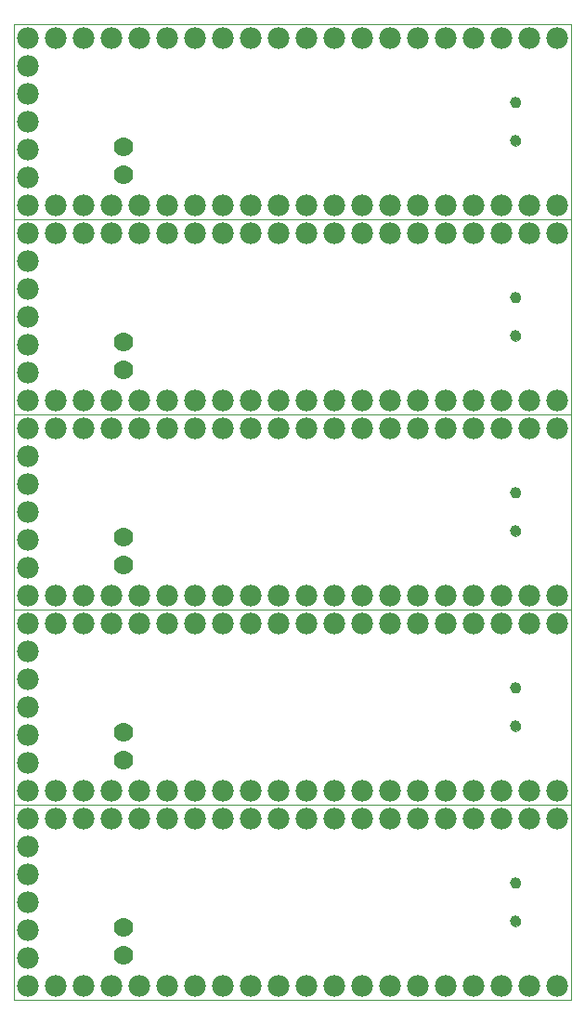
<source format=gbs>
G75*
G70*
%OFA0B0*%
%FSLAX24Y24*%
%IPPOS*%
%LPD*%
%AMOC8*
5,1,8,0,0,1.08239X$1,22.5*
%
%ADD10C,0.0000*%
%ADD11C,0.0700*%
%ADD12C,0.0780*%
%ADD13C,0.0394*%
D10*
X001260Y000950D02*
X001260Y007950D01*
X001260Y014950D01*
X001260Y021950D01*
X001260Y028950D01*
X001260Y035950D01*
X021260Y035950D01*
X021260Y028950D01*
X001260Y028950D01*
X021260Y028950D01*
X021260Y021950D01*
X001260Y021950D01*
X021260Y021950D01*
X021260Y014950D01*
X001260Y014950D01*
X021260Y014950D01*
X021260Y007950D01*
X001260Y007950D01*
X021260Y007950D01*
X021260Y000950D01*
X001260Y000950D01*
X019083Y003761D02*
X019085Y003787D01*
X019091Y003813D01*
X019101Y003838D01*
X019114Y003861D01*
X019130Y003881D01*
X019150Y003899D01*
X019172Y003914D01*
X019195Y003926D01*
X019221Y003934D01*
X019247Y003938D01*
X019273Y003938D01*
X019299Y003934D01*
X019325Y003926D01*
X019349Y003914D01*
X019370Y003899D01*
X019390Y003881D01*
X019406Y003861D01*
X019419Y003838D01*
X019429Y003813D01*
X019435Y003787D01*
X019437Y003761D01*
X019435Y003735D01*
X019429Y003709D01*
X019419Y003684D01*
X019406Y003661D01*
X019390Y003641D01*
X019370Y003623D01*
X019348Y003608D01*
X019325Y003596D01*
X019299Y003588D01*
X019273Y003584D01*
X019247Y003584D01*
X019221Y003588D01*
X019195Y003596D01*
X019171Y003608D01*
X019150Y003623D01*
X019130Y003641D01*
X019114Y003661D01*
X019101Y003684D01*
X019091Y003709D01*
X019085Y003735D01*
X019083Y003761D01*
X019083Y005139D02*
X019085Y005165D01*
X019091Y005191D01*
X019101Y005216D01*
X019114Y005239D01*
X019130Y005259D01*
X019150Y005277D01*
X019172Y005292D01*
X019195Y005304D01*
X019221Y005312D01*
X019247Y005316D01*
X019273Y005316D01*
X019299Y005312D01*
X019325Y005304D01*
X019349Y005292D01*
X019370Y005277D01*
X019390Y005259D01*
X019406Y005239D01*
X019419Y005216D01*
X019429Y005191D01*
X019435Y005165D01*
X019437Y005139D01*
X019435Y005113D01*
X019429Y005087D01*
X019419Y005062D01*
X019406Y005039D01*
X019390Y005019D01*
X019370Y005001D01*
X019348Y004986D01*
X019325Y004974D01*
X019299Y004966D01*
X019273Y004962D01*
X019247Y004962D01*
X019221Y004966D01*
X019195Y004974D01*
X019171Y004986D01*
X019150Y005001D01*
X019130Y005019D01*
X019114Y005039D01*
X019101Y005062D01*
X019091Y005087D01*
X019085Y005113D01*
X019083Y005139D01*
X019083Y010761D02*
X019085Y010787D01*
X019091Y010813D01*
X019101Y010838D01*
X019114Y010861D01*
X019130Y010881D01*
X019150Y010899D01*
X019172Y010914D01*
X019195Y010926D01*
X019221Y010934D01*
X019247Y010938D01*
X019273Y010938D01*
X019299Y010934D01*
X019325Y010926D01*
X019349Y010914D01*
X019370Y010899D01*
X019390Y010881D01*
X019406Y010861D01*
X019419Y010838D01*
X019429Y010813D01*
X019435Y010787D01*
X019437Y010761D01*
X019435Y010735D01*
X019429Y010709D01*
X019419Y010684D01*
X019406Y010661D01*
X019390Y010641D01*
X019370Y010623D01*
X019348Y010608D01*
X019325Y010596D01*
X019299Y010588D01*
X019273Y010584D01*
X019247Y010584D01*
X019221Y010588D01*
X019195Y010596D01*
X019171Y010608D01*
X019150Y010623D01*
X019130Y010641D01*
X019114Y010661D01*
X019101Y010684D01*
X019091Y010709D01*
X019085Y010735D01*
X019083Y010761D01*
X019083Y012139D02*
X019085Y012165D01*
X019091Y012191D01*
X019101Y012216D01*
X019114Y012239D01*
X019130Y012259D01*
X019150Y012277D01*
X019172Y012292D01*
X019195Y012304D01*
X019221Y012312D01*
X019247Y012316D01*
X019273Y012316D01*
X019299Y012312D01*
X019325Y012304D01*
X019349Y012292D01*
X019370Y012277D01*
X019390Y012259D01*
X019406Y012239D01*
X019419Y012216D01*
X019429Y012191D01*
X019435Y012165D01*
X019437Y012139D01*
X019435Y012113D01*
X019429Y012087D01*
X019419Y012062D01*
X019406Y012039D01*
X019390Y012019D01*
X019370Y012001D01*
X019348Y011986D01*
X019325Y011974D01*
X019299Y011966D01*
X019273Y011962D01*
X019247Y011962D01*
X019221Y011966D01*
X019195Y011974D01*
X019171Y011986D01*
X019150Y012001D01*
X019130Y012019D01*
X019114Y012039D01*
X019101Y012062D01*
X019091Y012087D01*
X019085Y012113D01*
X019083Y012139D01*
X019083Y017761D02*
X019085Y017787D01*
X019091Y017813D01*
X019101Y017838D01*
X019114Y017861D01*
X019130Y017881D01*
X019150Y017899D01*
X019172Y017914D01*
X019195Y017926D01*
X019221Y017934D01*
X019247Y017938D01*
X019273Y017938D01*
X019299Y017934D01*
X019325Y017926D01*
X019349Y017914D01*
X019370Y017899D01*
X019390Y017881D01*
X019406Y017861D01*
X019419Y017838D01*
X019429Y017813D01*
X019435Y017787D01*
X019437Y017761D01*
X019435Y017735D01*
X019429Y017709D01*
X019419Y017684D01*
X019406Y017661D01*
X019390Y017641D01*
X019370Y017623D01*
X019348Y017608D01*
X019325Y017596D01*
X019299Y017588D01*
X019273Y017584D01*
X019247Y017584D01*
X019221Y017588D01*
X019195Y017596D01*
X019171Y017608D01*
X019150Y017623D01*
X019130Y017641D01*
X019114Y017661D01*
X019101Y017684D01*
X019091Y017709D01*
X019085Y017735D01*
X019083Y017761D01*
X019083Y019139D02*
X019085Y019165D01*
X019091Y019191D01*
X019101Y019216D01*
X019114Y019239D01*
X019130Y019259D01*
X019150Y019277D01*
X019172Y019292D01*
X019195Y019304D01*
X019221Y019312D01*
X019247Y019316D01*
X019273Y019316D01*
X019299Y019312D01*
X019325Y019304D01*
X019349Y019292D01*
X019370Y019277D01*
X019390Y019259D01*
X019406Y019239D01*
X019419Y019216D01*
X019429Y019191D01*
X019435Y019165D01*
X019437Y019139D01*
X019435Y019113D01*
X019429Y019087D01*
X019419Y019062D01*
X019406Y019039D01*
X019390Y019019D01*
X019370Y019001D01*
X019348Y018986D01*
X019325Y018974D01*
X019299Y018966D01*
X019273Y018962D01*
X019247Y018962D01*
X019221Y018966D01*
X019195Y018974D01*
X019171Y018986D01*
X019150Y019001D01*
X019130Y019019D01*
X019114Y019039D01*
X019101Y019062D01*
X019091Y019087D01*
X019085Y019113D01*
X019083Y019139D01*
X019083Y024761D02*
X019085Y024787D01*
X019091Y024813D01*
X019101Y024838D01*
X019114Y024861D01*
X019130Y024881D01*
X019150Y024899D01*
X019172Y024914D01*
X019195Y024926D01*
X019221Y024934D01*
X019247Y024938D01*
X019273Y024938D01*
X019299Y024934D01*
X019325Y024926D01*
X019349Y024914D01*
X019370Y024899D01*
X019390Y024881D01*
X019406Y024861D01*
X019419Y024838D01*
X019429Y024813D01*
X019435Y024787D01*
X019437Y024761D01*
X019435Y024735D01*
X019429Y024709D01*
X019419Y024684D01*
X019406Y024661D01*
X019390Y024641D01*
X019370Y024623D01*
X019348Y024608D01*
X019325Y024596D01*
X019299Y024588D01*
X019273Y024584D01*
X019247Y024584D01*
X019221Y024588D01*
X019195Y024596D01*
X019171Y024608D01*
X019150Y024623D01*
X019130Y024641D01*
X019114Y024661D01*
X019101Y024684D01*
X019091Y024709D01*
X019085Y024735D01*
X019083Y024761D01*
X019083Y026139D02*
X019085Y026165D01*
X019091Y026191D01*
X019101Y026216D01*
X019114Y026239D01*
X019130Y026259D01*
X019150Y026277D01*
X019172Y026292D01*
X019195Y026304D01*
X019221Y026312D01*
X019247Y026316D01*
X019273Y026316D01*
X019299Y026312D01*
X019325Y026304D01*
X019349Y026292D01*
X019370Y026277D01*
X019390Y026259D01*
X019406Y026239D01*
X019419Y026216D01*
X019429Y026191D01*
X019435Y026165D01*
X019437Y026139D01*
X019435Y026113D01*
X019429Y026087D01*
X019419Y026062D01*
X019406Y026039D01*
X019390Y026019D01*
X019370Y026001D01*
X019348Y025986D01*
X019325Y025974D01*
X019299Y025966D01*
X019273Y025962D01*
X019247Y025962D01*
X019221Y025966D01*
X019195Y025974D01*
X019171Y025986D01*
X019150Y026001D01*
X019130Y026019D01*
X019114Y026039D01*
X019101Y026062D01*
X019091Y026087D01*
X019085Y026113D01*
X019083Y026139D01*
X019083Y031761D02*
X019085Y031787D01*
X019091Y031813D01*
X019101Y031838D01*
X019114Y031861D01*
X019130Y031881D01*
X019150Y031899D01*
X019172Y031914D01*
X019195Y031926D01*
X019221Y031934D01*
X019247Y031938D01*
X019273Y031938D01*
X019299Y031934D01*
X019325Y031926D01*
X019349Y031914D01*
X019370Y031899D01*
X019390Y031881D01*
X019406Y031861D01*
X019419Y031838D01*
X019429Y031813D01*
X019435Y031787D01*
X019437Y031761D01*
X019435Y031735D01*
X019429Y031709D01*
X019419Y031684D01*
X019406Y031661D01*
X019390Y031641D01*
X019370Y031623D01*
X019348Y031608D01*
X019325Y031596D01*
X019299Y031588D01*
X019273Y031584D01*
X019247Y031584D01*
X019221Y031588D01*
X019195Y031596D01*
X019171Y031608D01*
X019150Y031623D01*
X019130Y031641D01*
X019114Y031661D01*
X019101Y031684D01*
X019091Y031709D01*
X019085Y031735D01*
X019083Y031761D01*
X019083Y033139D02*
X019085Y033165D01*
X019091Y033191D01*
X019101Y033216D01*
X019114Y033239D01*
X019130Y033259D01*
X019150Y033277D01*
X019172Y033292D01*
X019195Y033304D01*
X019221Y033312D01*
X019247Y033316D01*
X019273Y033316D01*
X019299Y033312D01*
X019325Y033304D01*
X019349Y033292D01*
X019370Y033277D01*
X019390Y033259D01*
X019406Y033239D01*
X019419Y033216D01*
X019429Y033191D01*
X019435Y033165D01*
X019437Y033139D01*
X019435Y033113D01*
X019429Y033087D01*
X019419Y033062D01*
X019406Y033039D01*
X019390Y033019D01*
X019370Y033001D01*
X019348Y032986D01*
X019325Y032974D01*
X019299Y032966D01*
X019273Y032962D01*
X019247Y032962D01*
X019221Y032966D01*
X019195Y032974D01*
X019171Y032986D01*
X019150Y033001D01*
X019130Y033019D01*
X019114Y033039D01*
X019101Y033062D01*
X019091Y033087D01*
X019085Y033113D01*
X019083Y033139D01*
D11*
X005200Y031530D03*
X005200Y030530D03*
X005200Y024530D03*
X005200Y023530D03*
X005200Y017530D03*
X005200Y016530D03*
X005200Y010530D03*
X005200Y009530D03*
X005200Y003530D03*
X005200Y002530D03*
D12*
X004760Y001450D03*
X005760Y001450D03*
X006760Y001450D03*
X007760Y001450D03*
X008760Y001450D03*
X009760Y001450D03*
X010760Y001450D03*
X011760Y001450D03*
X012760Y001450D03*
X013760Y001450D03*
X014760Y001450D03*
X015760Y001450D03*
X016760Y001450D03*
X017760Y001450D03*
X018760Y001450D03*
X019760Y001450D03*
X020760Y001450D03*
X020760Y007450D03*
X020760Y008450D03*
X019760Y008450D03*
X019760Y007450D03*
X018760Y007450D03*
X018760Y008450D03*
X017760Y008450D03*
X017760Y007450D03*
X016760Y007450D03*
X016760Y008450D03*
X015760Y008450D03*
X015760Y007450D03*
X014760Y007450D03*
X014760Y008450D03*
X013760Y008450D03*
X013760Y007450D03*
X012760Y007450D03*
X012760Y008450D03*
X011760Y008450D03*
X011760Y007450D03*
X010760Y007450D03*
X010760Y008450D03*
X009760Y008450D03*
X009760Y007450D03*
X008760Y007450D03*
X008760Y008450D03*
X007760Y008450D03*
X007760Y007450D03*
X006760Y007450D03*
X006760Y008450D03*
X005760Y008450D03*
X005760Y007450D03*
X004760Y007450D03*
X004760Y008450D03*
X003760Y008450D03*
X003760Y007450D03*
X002760Y007450D03*
X002760Y008450D03*
X001760Y008450D03*
X001760Y009450D03*
X001760Y010450D03*
X001760Y011450D03*
X001760Y012450D03*
X001760Y013450D03*
X001760Y014450D03*
X001760Y015450D03*
X001760Y016450D03*
X001760Y017450D03*
X001760Y018450D03*
X001760Y019450D03*
X001760Y020450D03*
X001760Y021450D03*
X001760Y022450D03*
X001760Y023450D03*
X001760Y024450D03*
X001760Y025450D03*
X001760Y026450D03*
X001760Y027450D03*
X001760Y028450D03*
X001760Y029450D03*
X001760Y030450D03*
X001760Y031450D03*
X001760Y032450D03*
X001760Y033450D03*
X001760Y034450D03*
X001760Y035450D03*
X002760Y035450D03*
X003760Y035450D03*
X004760Y035450D03*
X005760Y035450D03*
X006760Y035450D03*
X007760Y035450D03*
X008760Y035450D03*
X009760Y035450D03*
X010760Y035450D03*
X011760Y035450D03*
X012760Y035450D03*
X013760Y035450D03*
X014760Y035450D03*
X015760Y035450D03*
X016760Y035450D03*
X017760Y035450D03*
X018760Y035450D03*
X019760Y035450D03*
X020760Y035450D03*
X020760Y029450D03*
X020760Y028450D03*
X019760Y028450D03*
X019760Y029450D03*
X018760Y029450D03*
X018760Y028450D03*
X017760Y028450D03*
X017760Y029450D03*
X016760Y029450D03*
X016760Y028450D03*
X015760Y028450D03*
X015760Y029450D03*
X014760Y029450D03*
X014760Y028450D03*
X013760Y028450D03*
X013760Y029450D03*
X012760Y029450D03*
X012760Y028450D03*
X011760Y028450D03*
X011760Y029450D03*
X010760Y029450D03*
X010760Y028450D03*
X009760Y028450D03*
X009760Y029450D03*
X008760Y029450D03*
X008760Y028450D03*
X007760Y028450D03*
X007760Y029450D03*
X006760Y029450D03*
X006760Y028450D03*
X005760Y028450D03*
X005760Y029450D03*
X004760Y029450D03*
X004760Y028450D03*
X003760Y028450D03*
X003760Y029450D03*
X002760Y029450D03*
X002760Y028450D03*
X002760Y022450D03*
X002760Y021450D03*
X003760Y021450D03*
X003760Y022450D03*
X004760Y022450D03*
X004760Y021450D03*
X005760Y021450D03*
X005760Y022450D03*
X006760Y022450D03*
X006760Y021450D03*
X007760Y021450D03*
X007760Y022450D03*
X008760Y022450D03*
X008760Y021450D03*
X009760Y021450D03*
X009760Y022450D03*
X010760Y022450D03*
X010760Y021450D03*
X011760Y021450D03*
X011760Y022450D03*
X012760Y022450D03*
X012760Y021450D03*
X013760Y021450D03*
X013760Y022450D03*
X014760Y022450D03*
X014760Y021450D03*
X015760Y021450D03*
X015760Y022450D03*
X016760Y022450D03*
X016760Y021450D03*
X017760Y021450D03*
X017760Y022450D03*
X018760Y022450D03*
X018760Y021450D03*
X019760Y021450D03*
X019760Y022450D03*
X020760Y022450D03*
X020760Y021450D03*
X020760Y015450D03*
X020760Y014450D03*
X019760Y014450D03*
X019760Y015450D03*
X018760Y015450D03*
X018760Y014450D03*
X017760Y014450D03*
X017760Y015450D03*
X016760Y015450D03*
X016760Y014450D03*
X015760Y014450D03*
X015760Y015450D03*
X014760Y015450D03*
X014760Y014450D03*
X013760Y014450D03*
X013760Y015450D03*
X012760Y015450D03*
X012760Y014450D03*
X011760Y014450D03*
X011760Y015450D03*
X010760Y015450D03*
X010760Y014450D03*
X009760Y014450D03*
X009760Y015450D03*
X008760Y015450D03*
X008760Y014450D03*
X007760Y014450D03*
X007760Y015450D03*
X006760Y015450D03*
X006760Y014450D03*
X005760Y014450D03*
X005760Y015450D03*
X004760Y015450D03*
X004760Y014450D03*
X003760Y014450D03*
X003760Y015450D03*
X002760Y015450D03*
X002760Y014450D03*
X001760Y007450D03*
X001760Y006450D03*
X001760Y005450D03*
X001760Y004450D03*
X001760Y003450D03*
X001760Y002450D03*
X001760Y001450D03*
X002760Y001450D03*
X003760Y001450D03*
D13*
X019260Y003761D03*
X019260Y005139D03*
X019260Y010761D03*
X019260Y012139D03*
X019260Y017761D03*
X019260Y019139D03*
X019260Y024761D03*
X019260Y026139D03*
X019260Y031761D03*
X019260Y033139D03*
M02*

</source>
